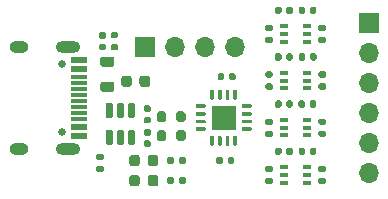
<source format=gts>
G04 #@! TF.GenerationSoftware,KiCad,Pcbnew,9.0.1*
G04 #@! TF.CreationDate,2025-05-17T15:06:54+00:00*
G04 #@! TF.ProjectId,usb-uart,7573622d-7561-4727-942e-6b696361645f,rev?*
G04 #@! TF.SameCoordinates,Original*
G04 #@! TF.FileFunction,Soldermask,Top*
G04 #@! TF.FilePolarity,Negative*
%FSLAX46Y46*%
G04 Gerber Fmt 4.6, Leading zero omitted, Abs format (unit mm)*
G04 Created by KiCad (PCBNEW 9.0.1) date 2025-05-17 15:06:54*
%MOMM*%
%LPD*%
G01*
G04 APERTURE LIST*
%ADD10R,0.650000X0.400000*%
%ADD11R,1.700000X1.700000*%
%ADD12O,1.700000X1.700000*%
%ADD13C,0.650000*%
%ADD14R,1.450000X0.600000*%
%ADD15R,1.450000X0.300000*%
%ADD16O,2.100000X1.000000*%
%ADD17O,1.600000X1.000000*%
%ADD18R,2.100000X2.100000*%
G04 APERTURE END LIST*
G36*
G01*
X112870000Y-90785000D02*
X112870000Y-90415000D01*
G75*
G02*
X113005000Y-90280000I135000J0D01*
G01*
X113275000Y-90280000D01*
G75*
G02*
X113410000Y-90415000I0J-135000D01*
G01*
X113410000Y-90785000D01*
G75*
G02*
X113275000Y-90920000I-135000J0D01*
G01*
X113005000Y-90920000D01*
G75*
G02*
X112870000Y-90785000I0J135000D01*
G01*
G37*
G36*
G01*
X113890000Y-90785000D02*
X113890000Y-90415000D01*
G75*
G02*
X114025000Y-90280000I135000J0D01*
G01*
X114295000Y-90280000D01*
G75*
G02*
X114430000Y-90415000I0J-135000D01*
G01*
X114430000Y-90785000D01*
G75*
G02*
X114295000Y-90920000I-135000J0D01*
G01*
X114025000Y-90920000D01*
G75*
G02*
X113890000Y-90785000I0J135000D01*
G01*
G37*
G36*
G01*
X125490000Y-85655000D02*
X125490000Y-85995000D01*
G75*
G02*
X125350000Y-86135000I-140000J0D01*
G01*
X125070000Y-86135000D01*
G75*
G02*
X124930000Y-85995000I0J140000D01*
G01*
X124930000Y-85655000D01*
G75*
G02*
X125070000Y-85515000I140000J0D01*
G01*
X125350000Y-85515000D01*
G75*
G02*
X125490000Y-85655000I0J-140000D01*
G01*
G37*
G36*
G01*
X124530000Y-85655000D02*
X124530000Y-85995000D01*
G75*
G02*
X124390000Y-86135000I-140000J0D01*
G01*
X124110000Y-86135000D01*
G75*
G02*
X123970000Y-85995000I0J140000D01*
G01*
X123970000Y-85655000D01*
G75*
G02*
X124110000Y-85515000I140000J0D01*
G01*
X124390000Y-85515000D01*
G75*
G02*
X124530000Y-85655000I0J-140000D01*
G01*
G37*
D10*
X122800000Y-91175000D03*
X122800000Y-91825000D03*
X122800000Y-92475000D03*
X124700000Y-92475000D03*
X124700000Y-91825000D03*
X124700000Y-91175000D03*
G36*
G01*
X112125000Y-90343750D02*
X112125000Y-90856250D01*
G75*
G02*
X111906250Y-91075000I-218750J0D01*
G01*
X111468750Y-91075000D01*
G75*
G02*
X111250000Y-90856250I0J218750D01*
G01*
X111250000Y-90343750D01*
G75*
G02*
X111468750Y-90125000I218750J0D01*
G01*
X111906250Y-90125000D01*
G75*
G02*
X112125000Y-90343750I0J-218750D01*
G01*
G37*
G36*
G01*
X110550000Y-90343750D02*
X110550000Y-90856250D01*
G75*
G02*
X110331250Y-91075000I-218750J0D01*
G01*
X109893750Y-91075000D01*
G75*
G02*
X109675000Y-90856250I0J218750D01*
G01*
X109675000Y-90343750D01*
G75*
G02*
X109893750Y-90125000I218750J0D01*
G01*
X110331250Y-90125000D01*
G75*
G02*
X110550000Y-90343750I0J-218750D01*
G01*
G37*
G36*
G01*
X125510000Y-77720000D02*
X125510000Y-78060000D01*
G75*
G02*
X125370000Y-78200000I-140000J0D01*
G01*
X125090000Y-78200000D01*
G75*
G02*
X124950000Y-78060000I0J140000D01*
G01*
X124950000Y-77720000D01*
G75*
G02*
X125090000Y-77580000I140000J0D01*
G01*
X125370000Y-77580000D01*
G75*
G02*
X125510000Y-77720000I0J-140000D01*
G01*
G37*
G36*
G01*
X124550000Y-77720000D02*
X124550000Y-78060000D01*
G75*
G02*
X124410000Y-78200000I-140000J0D01*
G01*
X124130000Y-78200000D01*
G75*
G02*
X123990000Y-78060000I0J140000D01*
G01*
X123990000Y-77720000D01*
G75*
G02*
X124130000Y-77580000I140000J0D01*
G01*
X124410000Y-77580000D01*
G75*
G02*
X124550000Y-77720000I0J-140000D01*
G01*
G37*
G36*
G01*
X121315000Y-91045000D02*
X121685000Y-91045000D01*
G75*
G02*
X121820000Y-91180000I0J-135000D01*
G01*
X121820000Y-91450000D01*
G75*
G02*
X121685000Y-91585000I-135000J0D01*
G01*
X121315000Y-91585000D01*
G75*
G02*
X121180000Y-91450000I0J135000D01*
G01*
X121180000Y-91180000D01*
G75*
G02*
X121315000Y-91045000I135000J0D01*
G01*
G37*
G36*
G01*
X121315000Y-92065000D02*
X121685000Y-92065000D01*
G75*
G02*
X121820000Y-92200000I0J-135000D01*
G01*
X121820000Y-92470000D01*
G75*
G02*
X121685000Y-92605000I-135000J0D01*
G01*
X121315000Y-92605000D01*
G75*
G02*
X121180000Y-92470000I0J135000D01*
G01*
X121180000Y-92200000D01*
G75*
G02*
X121315000Y-92065000I135000J0D01*
G01*
G37*
G36*
G01*
X111975000Y-87175000D02*
X111975000Y-86625000D01*
G75*
G02*
X112175000Y-86425000I200000J0D01*
G01*
X112575000Y-86425000D01*
G75*
G02*
X112775000Y-86625000I0J-200000D01*
G01*
X112775000Y-87175000D01*
G75*
G02*
X112575000Y-87375000I-200000J0D01*
G01*
X112175000Y-87375000D01*
G75*
G02*
X111975000Y-87175000I0J200000D01*
G01*
G37*
G36*
G01*
X113625000Y-87175000D02*
X113625000Y-86625000D01*
G75*
G02*
X113825000Y-86425000I200000J0D01*
G01*
X114225000Y-86425000D01*
G75*
G02*
X114425000Y-86625000I0J-200000D01*
G01*
X114425000Y-87175000D01*
G75*
G02*
X114225000Y-87375000I-200000J0D01*
G01*
X113825000Y-87375000D01*
G75*
G02*
X113625000Y-87175000I0J200000D01*
G01*
G37*
G36*
G01*
X107015000Y-90020000D02*
X107385000Y-90020000D01*
G75*
G02*
X107520000Y-90155000I0J-135000D01*
G01*
X107520000Y-90425000D01*
G75*
G02*
X107385000Y-90560000I-135000J0D01*
G01*
X107015000Y-90560000D01*
G75*
G02*
X106880000Y-90425000I0J135000D01*
G01*
X106880000Y-90155000D01*
G75*
G02*
X107015000Y-90020000I135000J0D01*
G01*
G37*
G36*
G01*
X107015000Y-91040000D02*
X107385000Y-91040000D01*
G75*
G02*
X107520000Y-91175000I0J-135000D01*
G01*
X107520000Y-91445000D01*
G75*
G02*
X107385000Y-91580000I-135000J0D01*
G01*
X107015000Y-91580000D01*
G75*
G02*
X106880000Y-91445000I0J135000D01*
G01*
X106880000Y-91175000D01*
G75*
G02*
X107015000Y-91040000I135000J0D01*
G01*
G37*
X122800000Y-79240000D03*
X122800000Y-79890000D03*
X122800000Y-80540000D03*
X124700000Y-80540000D03*
X124700000Y-79890000D03*
X124700000Y-79240000D03*
G36*
G01*
X121990000Y-85995000D02*
X121990000Y-85655000D01*
G75*
G02*
X122130000Y-85515000I140000J0D01*
G01*
X122410000Y-85515000D01*
G75*
G02*
X122550000Y-85655000I0J-140000D01*
G01*
X122550000Y-85995000D01*
G75*
G02*
X122410000Y-86135000I-140000J0D01*
G01*
X122130000Y-86135000D01*
G75*
G02*
X121990000Y-85995000I0J140000D01*
G01*
G37*
G36*
G01*
X122950000Y-85995000D02*
X122950000Y-85655000D01*
G75*
G02*
X123090000Y-85515000I140000J0D01*
G01*
X123370000Y-85515000D01*
G75*
G02*
X123510000Y-85655000I0J-140000D01*
G01*
X123510000Y-85995000D01*
G75*
G02*
X123370000Y-86135000I-140000J0D01*
G01*
X123090000Y-86135000D01*
G75*
G02*
X122950000Y-85995000I0J140000D01*
G01*
G37*
D11*
X129975000Y-78950000D03*
D12*
X129975000Y-81490000D03*
X129975000Y-84030000D03*
X129975000Y-86570000D03*
X129975000Y-89110000D03*
X129975000Y-91650000D03*
G36*
G01*
X125815000Y-91045000D02*
X126185000Y-91045000D01*
G75*
G02*
X126320000Y-91180000I0J-135000D01*
G01*
X126320000Y-91450000D01*
G75*
G02*
X126185000Y-91585000I-135000J0D01*
G01*
X125815000Y-91585000D01*
G75*
G02*
X125680000Y-91450000I0J135000D01*
G01*
X125680000Y-91180000D01*
G75*
G02*
X125815000Y-91045000I135000J0D01*
G01*
G37*
G36*
G01*
X125815000Y-92065000D02*
X126185000Y-92065000D01*
G75*
G02*
X126320000Y-92200000I0J-135000D01*
G01*
X126320000Y-92470000D01*
G75*
G02*
X126185000Y-92605000I-135000J0D01*
G01*
X125815000Y-92605000D01*
G75*
G02*
X125680000Y-92470000I0J135000D01*
G01*
X125680000Y-92200000D01*
G75*
G02*
X125815000Y-92065000I135000J0D01*
G01*
G37*
D10*
X122800000Y-87175000D03*
X122800000Y-87825000D03*
X122800000Y-88475000D03*
X124700000Y-88475000D03*
X124700000Y-87825000D03*
X124700000Y-87175000D03*
G36*
G01*
X125510000Y-89655000D02*
X125510000Y-89995000D01*
G75*
G02*
X125370000Y-90135000I-140000J0D01*
G01*
X125090000Y-90135000D01*
G75*
G02*
X124950000Y-89995000I0J140000D01*
G01*
X124950000Y-89655000D01*
G75*
G02*
X125090000Y-89515000I140000J0D01*
G01*
X125370000Y-89515000D01*
G75*
G02*
X125510000Y-89655000I0J-140000D01*
G01*
G37*
G36*
G01*
X124550000Y-89655000D02*
X124550000Y-89995000D01*
G75*
G02*
X124410000Y-90135000I-140000J0D01*
G01*
X124130000Y-90135000D01*
G75*
G02*
X123990000Y-89995000I0J140000D01*
G01*
X123990000Y-89655000D01*
G75*
G02*
X124130000Y-89515000I140000J0D01*
G01*
X124410000Y-89515000D01*
G75*
G02*
X124550000Y-89655000I0J-140000D01*
G01*
G37*
G36*
G01*
X125815000Y-83045000D02*
X126185000Y-83045000D01*
G75*
G02*
X126320000Y-83180000I0J-135000D01*
G01*
X126320000Y-83450000D01*
G75*
G02*
X126185000Y-83585000I-135000J0D01*
G01*
X125815000Y-83585000D01*
G75*
G02*
X125680000Y-83450000I0J135000D01*
G01*
X125680000Y-83180000D01*
G75*
G02*
X125815000Y-83045000I135000J0D01*
G01*
G37*
G36*
G01*
X125815000Y-84065000D02*
X126185000Y-84065000D01*
G75*
G02*
X126320000Y-84200000I0J-135000D01*
G01*
X126320000Y-84470000D01*
G75*
G02*
X126185000Y-84605000I-135000J0D01*
G01*
X125815000Y-84605000D01*
G75*
G02*
X125680000Y-84470000I0J135000D01*
G01*
X125680000Y-84200000D01*
G75*
G02*
X125815000Y-84065000I135000J0D01*
G01*
G37*
X122800000Y-83175000D03*
X122800000Y-83825000D03*
X122800000Y-84475000D03*
X124700000Y-84475000D03*
X124700000Y-83825000D03*
X124700000Y-83175000D03*
G36*
G01*
X121990000Y-78060000D02*
X121990000Y-77720000D01*
G75*
G02*
X122130000Y-77580000I140000J0D01*
G01*
X122410000Y-77580000D01*
G75*
G02*
X122550000Y-77720000I0J-140000D01*
G01*
X122550000Y-78060000D01*
G75*
G02*
X122410000Y-78200000I-140000J0D01*
G01*
X122130000Y-78200000D01*
G75*
G02*
X121990000Y-78060000I0J140000D01*
G01*
G37*
G36*
G01*
X122950000Y-78060000D02*
X122950000Y-77720000D01*
G75*
G02*
X123090000Y-77580000I140000J0D01*
G01*
X123370000Y-77580000D01*
G75*
G02*
X123510000Y-77720000I0J-140000D01*
G01*
X123510000Y-78060000D01*
G75*
G02*
X123370000Y-78200000I-140000J0D01*
G01*
X123090000Y-78200000D01*
G75*
G02*
X122950000Y-78060000I0J140000D01*
G01*
G37*
G36*
G01*
X118660000Y-83330000D02*
X118660000Y-83670000D01*
G75*
G02*
X118520000Y-83810000I-140000J0D01*
G01*
X118240000Y-83810000D01*
G75*
G02*
X118100000Y-83670000I0J140000D01*
G01*
X118100000Y-83330000D01*
G75*
G02*
X118240000Y-83190000I140000J0D01*
G01*
X118520000Y-83190000D01*
G75*
G02*
X118660000Y-83330000I0J-140000D01*
G01*
G37*
G36*
G01*
X117700000Y-83330000D02*
X117700000Y-83670000D01*
G75*
G02*
X117560000Y-83810000I-140000J0D01*
G01*
X117280000Y-83810000D01*
G75*
G02*
X117140000Y-83670000I0J140000D01*
G01*
X117140000Y-83330000D01*
G75*
G02*
X117280000Y-83190000I140000J0D01*
G01*
X117560000Y-83190000D01*
G75*
G02*
X117700000Y-83330000I0J-140000D01*
G01*
G37*
G36*
G01*
X112125000Y-92043750D02*
X112125000Y-92556250D01*
G75*
G02*
X111906250Y-92775000I-218750J0D01*
G01*
X111468750Y-92775000D01*
G75*
G02*
X111250000Y-92556250I0J218750D01*
G01*
X111250000Y-92043750D01*
G75*
G02*
X111468750Y-91825000I218750J0D01*
G01*
X111906250Y-91825000D01*
G75*
G02*
X112125000Y-92043750I0J-218750D01*
G01*
G37*
G36*
G01*
X110550000Y-92043750D02*
X110550000Y-92556250D01*
G75*
G02*
X110331250Y-92775000I-218750J0D01*
G01*
X109893750Y-92775000D01*
G75*
G02*
X109675000Y-92556250I0J218750D01*
G01*
X109675000Y-92043750D01*
G75*
G02*
X109893750Y-91825000I218750J0D01*
G01*
X110331250Y-91825000D01*
G75*
G02*
X110550000Y-92043750I0J-218750D01*
G01*
G37*
G36*
G01*
X112880000Y-92485000D02*
X112880000Y-92115000D01*
G75*
G02*
X113015000Y-91980000I135000J0D01*
G01*
X113285000Y-91980000D01*
G75*
G02*
X113420000Y-92115000I0J-135000D01*
G01*
X113420000Y-92485000D01*
G75*
G02*
X113285000Y-92620000I-135000J0D01*
G01*
X113015000Y-92620000D01*
G75*
G02*
X112880000Y-92485000I0J135000D01*
G01*
G37*
G36*
G01*
X113900000Y-92485000D02*
X113900000Y-92115000D01*
G75*
G02*
X114035000Y-91980000I135000J0D01*
G01*
X114305000Y-91980000D01*
G75*
G02*
X114440000Y-92115000I0J-135000D01*
G01*
X114440000Y-92485000D01*
G75*
G02*
X114305000Y-92620000I-135000J0D01*
G01*
X114035000Y-92620000D01*
G75*
G02*
X113900000Y-92485000I0J135000D01*
G01*
G37*
G36*
G01*
X121990000Y-89995000D02*
X121990000Y-89655000D01*
G75*
G02*
X122130000Y-89515000I140000J0D01*
G01*
X122410000Y-89515000D01*
G75*
G02*
X122550000Y-89655000I0J-140000D01*
G01*
X122550000Y-89995000D01*
G75*
G02*
X122410000Y-90135000I-140000J0D01*
G01*
X122130000Y-90135000D01*
G75*
G02*
X121990000Y-89995000I0J140000D01*
G01*
G37*
G36*
G01*
X122950000Y-89995000D02*
X122950000Y-89655000D01*
G75*
G02*
X123090000Y-89515000I140000J0D01*
G01*
X123370000Y-89515000D01*
G75*
G02*
X123510000Y-89655000I0J-140000D01*
G01*
X123510000Y-89995000D01*
G75*
G02*
X123370000Y-90135000I-140000J0D01*
G01*
X123090000Y-90135000D01*
G75*
G02*
X122950000Y-89995000I0J140000D01*
G01*
G37*
G36*
G01*
X121990000Y-81995000D02*
X121990000Y-81655000D01*
G75*
G02*
X122130000Y-81515000I140000J0D01*
G01*
X122410000Y-81515000D01*
G75*
G02*
X122550000Y-81655000I0J-140000D01*
G01*
X122550000Y-81995000D01*
G75*
G02*
X122410000Y-82135000I-140000J0D01*
G01*
X122130000Y-82135000D01*
G75*
G02*
X121990000Y-81995000I0J140000D01*
G01*
G37*
G36*
G01*
X122950000Y-81995000D02*
X122950000Y-81655000D01*
G75*
G02*
X123090000Y-81515000I140000J0D01*
G01*
X123370000Y-81515000D01*
G75*
G02*
X123510000Y-81655000I0J-140000D01*
G01*
X123510000Y-81995000D01*
G75*
G02*
X123370000Y-82135000I-140000J0D01*
G01*
X123090000Y-82135000D01*
G75*
G02*
X122950000Y-81995000I0J140000D01*
G01*
G37*
G36*
G01*
X125530000Y-81655000D02*
X125530000Y-81995000D01*
G75*
G02*
X125390000Y-82135000I-140000J0D01*
G01*
X125110000Y-82135000D01*
G75*
G02*
X124970000Y-81995000I0J140000D01*
G01*
X124970000Y-81655000D01*
G75*
G02*
X125110000Y-81515000I140000J0D01*
G01*
X125390000Y-81515000D01*
G75*
G02*
X125530000Y-81655000I0J-140000D01*
G01*
G37*
G36*
G01*
X124570000Y-81655000D02*
X124570000Y-81995000D01*
G75*
G02*
X124430000Y-82135000I-140000J0D01*
G01*
X124150000Y-82135000D01*
G75*
G02*
X124010000Y-81995000I0J140000D01*
G01*
X124010000Y-81655000D01*
G75*
G02*
X124150000Y-81515000I140000J0D01*
G01*
X124430000Y-81515000D01*
G75*
G02*
X124570000Y-81655000I0J-140000D01*
G01*
G37*
G36*
G01*
X121315000Y-79110000D02*
X121685000Y-79110000D01*
G75*
G02*
X121820000Y-79245000I0J-135000D01*
G01*
X121820000Y-79515000D01*
G75*
G02*
X121685000Y-79650000I-135000J0D01*
G01*
X121315000Y-79650000D01*
G75*
G02*
X121180000Y-79515000I0J135000D01*
G01*
X121180000Y-79245000D01*
G75*
G02*
X121315000Y-79110000I135000J0D01*
G01*
G37*
G36*
G01*
X121315000Y-80130000D02*
X121685000Y-80130000D01*
G75*
G02*
X121820000Y-80265000I0J-135000D01*
G01*
X121820000Y-80535000D01*
G75*
G02*
X121685000Y-80670000I-135000J0D01*
G01*
X121315000Y-80670000D01*
G75*
G02*
X121180000Y-80535000I0J135000D01*
G01*
X121180000Y-80265000D01*
G75*
G02*
X121315000Y-80130000I135000J0D01*
G01*
G37*
G36*
G01*
X107418750Y-81800000D02*
X108181250Y-81800000D01*
G75*
G02*
X108400000Y-82018750I0J-218750D01*
G01*
X108400000Y-82456250D01*
G75*
G02*
X108181250Y-82675000I-218750J0D01*
G01*
X107418750Y-82675000D01*
G75*
G02*
X107200000Y-82456250I0J218750D01*
G01*
X107200000Y-82018750D01*
G75*
G02*
X107418750Y-81800000I218750J0D01*
G01*
G37*
G36*
G01*
X107418750Y-83925000D02*
X108181250Y-83925000D01*
G75*
G02*
X108400000Y-84143750I0J-218750D01*
G01*
X108400000Y-84581250D01*
G75*
G02*
X108181250Y-84800000I-218750J0D01*
G01*
X107418750Y-84800000D01*
G75*
G02*
X107200000Y-84581250I0J218750D01*
G01*
X107200000Y-84143750D01*
G75*
G02*
X107418750Y-83925000I218750J0D01*
G01*
G37*
G36*
G01*
X108975000Y-84150000D02*
X108975000Y-83650000D01*
G75*
G02*
X109200000Y-83425000I225000J0D01*
G01*
X109650000Y-83425000D01*
G75*
G02*
X109875000Y-83650000I0J-225000D01*
G01*
X109875000Y-84150000D01*
G75*
G02*
X109650000Y-84375000I-225000J0D01*
G01*
X109200000Y-84375000D01*
G75*
G02*
X108975000Y-84150000I0J225000D01*
G01*
G37*
G36*
G01*
X110525000Y-84150000D02*
X110525000Y-83650000D01*
G75*
G02*
X110750000Y-83425000I225000J0D01*
G01*
X111200000Y-83425000D01*
G75*
G02*
X111425000Y-83650000I0J-225000D01*
G01*
X111425000Y-84150000D01*
G75*
G02*
X111200000Y-84375000I-225000J0D01*
G01*
X110750000Y-84375000D01*
G75*
G02*
X110525000Y-84150000I0J225000D01*
G01*
G37*
D11*
X111000000Y-81000000D03*
D12*
X113540000Y-81000000D03*
X116080000Y-81000000D03*
X118620000Y-81000000D03*
G36*
G01*
X111030000Y-87940000D02*
X111370000Y-87940000D01*
G75*
G02*
X111510000Y-88080000I0J-140000D01*
G01*
X111510000Y-88360000D01*
G75*
G02*
X111370000Y-88500000I-140000J0D01*
G01*
X111030000Y-88500000D01*
G75*
G02*
X110890000Y-88360000I0J140000D01*
G01*
X110890000Y-88080000D01*
G75*
G02*
X111030000Y-87940000I140000J0D01*
G01*
G37*
G36*
G01*
X111030000Y-88900000D02*
X111370000Y-88900000D01*
G75*
G02*
X111510000Y-89040000I0J-140000D01*
G01*
X111510000Y-89320000D01*
G75*
G02*
X111370000Y-89460000I-140000J0D01*
G01*
X111030000Y-89460000D01*
G75*
G02*
X110890000Y-89320000I0J140000D01*
G01*
X110890000Y-89040000D01*
G75*
G02*
X111030000Y-88900000I140000J0D01*
G01*
G37*
D13*
X103950000Y-82410000D03*
X103950000Y-88190000D03*
D14*
X105395000Y-82050000D03*
X105395000Y-82850000D03*
D15*
X105395000Y-84050000D03*
X105395000Y-85050000D03*
X105395000Y-85550000D03*
X105395000Y-86550000D03*
D14*
X105395000Y-87750000D03*
X105395000Y-88550000D03*
X105395000Y-88550000D03*
X105395000Y-87750000D03*
D15*
X105395000Y-87050000D03*
X105395000Y-86050000D03*
X105395000Y-84550000D03*
X105395000Y-83550000D03*
D14*
X105395000Y-82850000D03*
X105395000Y-82050000D03*
D16*
X104480000Y-80980000D03*
D17*
X100300000Y-80980000D03*
D16*
X104480000Y-89620000D03*
D17*
X100300000Y-89620000D03*
G36*
G01*
X121315000Y-83045000D02*
X121685000Y-83045000D01*
G75*
G02*
X121820000Y-83180000I0J-135000D01*
G01*
X121820000Y-83450000D01*
G75*
G02*
X121685000Y-83585000I-135000J0D01*
G01*
X121315000Y-83585000D01*
G75*
G02*
X121180000Y-83450000I0J135000D01*
G01*
X121180000Y-83180000D01*
G75*
G02*
X121315000Y-83045000I135000J0D01*
G01*
G37*
G36*
G01*
X121315000Y-84065000D02*
X121685000Y-84065000D01*
G75*
G02*
X121820000Y-84200000I0J-135000D01*
G01*
X121820000Y-84470000D01*
G75*
G02*
X121685000Y-84605000I-135000J0D01*
G01*
X121315000Y-84605000D01*
G75*
G02*
X121180000Y-84470000I0J135000D01*
G01*
X121180000Y-84200000D01*
G75*
G02*
X121315000Y-84065000I135000J0D01*
G01*
G37*
G36*
G01*
X117040000Y-90770000D02*
X117040000Y-90430000D01*
G75*
G02*
X117180000Y-90290000I140000J0D01*
G01*
X117460000Y-90290000D01*
G75*
G02*
X117600000Y-90430000I0J-140000D01*
G01*
X117600000Y-90770000D01*
G75*
G02*
X117460000Y-90910000I-140000J0D01*
G01*
X117180000Y-90910000D01*
G75*
G02*
X117040000Y-90770000I0J140000D01*
G01*
G37*
G36*
G01*
X118000000Y-90770000D02*
X118000000Y-90430000D01*
G75*
G02*
X118140000Y-90290000I140000J0D01*
G01*
X118420000Y-90290000D01*
G75*
G02*
X118560000Y-90430000I0J-140000D01*
G01*
X118560000Y-90770000D01*
G75*
G02*
X118420000Y-90910000I-140000J0D01*
G01*
X118140000Y-90910000D01*
G75*
G02*
X118000000Y-90770000I0J140000D01*
G01*
G37*
G36*
G01*
X121315000Y-87045000D02*
X121685000Y-87045000D01*
G75*
G02*
X121820000Y-87180000I0J-135000D01*
G01*
X121820000Y-87450000D01*
G75*
G02*
X121685000Y-87585000I-135000J0D01*
G01*
X121315000Y-87585000D01*
G75*
G02*
X121180000Y-87450000I0J135000D01*
G01*
X121180000Y-87180000D01*
G75*
G02*
X121315000Y-87045000I135000J0D01*
G01*
G37*
G36*
G01*
X121315000Y-88065000D02*
X121685000Y-88065000D01*
G75*
G02*
X121820000Y-88200000I0J-135000D01*
G01*
X121820000Y-88470000D01*
G75*
G02*
X121685000Y-88605000I-135000J0D01*
G01*
X121315000Y-88605000D01*
G75*
G02*
X121180000Y-88470000I0J135000D01*
G01*
X121180000Y-88200000D01*
G75*
G02*
X121315000Y-88065000I135000J0D01*
G01*
G37*
G36*
G01*
X111975000Y-88775000D02*
X111975000Y-88225000D01*
G75*
G02*
X112175000Y-88025000I200000J0D01*
G01*
X112575000Y-88025000D01*
G75*
G02*
X112775000Y-88225000I0J-200000D01*
G01*
X112775000Y-88775000D01*
G75*
G02*
X112575000Y-88975000I-200000J0D01*
G01*
X112175000Y-88975000D01*
G75*
G02*
X111975000Y-88775000I0J200000D01*
G01*
G37*
G36*
G01*
X113625000Y-88775000D02*
X113625000Y-88225000D01*
G75*
G02*
X113825000Y-88025000I200000J0D01*
G01*
X114225000Y-88025000D01*
G75*
G02*
X114425000Y-88225000I0J-200000D01*
G01*
X114425000Y-88775000D01*
G75*
G02*
X114225000Y-88975000I-200000J0D01*
G01*
X113825000Y-88975000D01*
G75*
G02*
X113625000Y-88775000I0J200000D01*
G01*
G37*
G36*
G01*
X118550000Y-84600000D02*
X118700000Y-84600000D01*
G75*
G02*
X118775000Y-84675000I0J-75000D01*
G01*
X118775000Y-85375000D01*
G75*
G02*
X118700000Y-85450000I-75000J0D01*
G01*
X118550000Y-85450000D01*
G75*
G02*
X118475000Y-85375000I0J75000D01*
G01*
X118475000Y-84675000D01*
G75*
G02*
X118550000Y-84600000I75000J0D01*
G01*
G37*
G36*
G01*
X117900000Y-84600000D02*
X118050000Y-84600000D01*
G75*
G02*
X118125000Y-84675000I0J-75000D01*
G01*
X118125000Y-85375000D01*
G75*
G02*
X118050000Y-85450000I-75000J0D01*
G01*
X117900000Y-85450000D01*
G75*
G02*
X117825000Y-85375000I0J75000D01*
G01*
X117825000Y-84675000D01*
G75*
G02*
X117900000Y-84600000I75000J0D01*
G01*
G37*
G36*
G01*
X117250000Y-84600000D02*
X117400000Y-84600000D01*
G75*
G02*
X117475000Y-84675000I0J-75000D01*
G01*
X117475000Y-85375000D01*
G75*
G02*
X117400000Y-85450000I-75000J0D01*
G01*
X117250000Y-85450000D01*
G75*
G02*
X117175000Y-85375000I0J75000D01*
G01*
X117175000Y-84675000D01*
G75*
G02*
X117250000Y-84600000I75000J0D01*
G01*
G37*
G36*
G01*
X116600000Y-84600000D02*
X116750000Y-84600000D01*
G75*
G02*
X116825000Y-84675000I0J-75000D01*
G01*
X116825000Y-85375000D01*
G75*
G02*
X116750000Y-85450000I-75000J0D01*
G01*
X116600000Y-85450000D01*
G75*
G02*
X116525000Y-85375000I0J75000D01*
G01*
X116525000Y-84675000D01*
G75*
G02*
X116600000Y-84600000I75000J0D01*
G01*
G37*
G36*
G01*
X115350000Y-85850000D02*
X116050000Y-85850000D01*
G75*
G02*
X116125000Y-85925000I0J-75000D01*
G01*
X116125000Y-86075000D01*
G75*
G02*
X116050000Y-86150000I-75000J0D01*
G01*
X115350000Y-86150000D01*
G75*
G02*
X115275000Y-86075000I0J75000D01*
G01*
X115275000Y-85925000D01*
G75*
G02*
X115350000Y-85850000I75000J0D01*
G01*
G37*
G36*
G01*
X115350000Y-86500000D02*
X116050000Y-86500000D01*
G75*
G02*
X116125000Y-86575000I0J-75000D01*
G01*
X116125000Y-86725000D01*
G75*
G02*
X116050000Y-86800000I-75000J0D01*
G01*
X115350000Y-86800000D01*
G75*
G02*
X115275000Y-86725000I0J75000D01*
G01*
X115275000Y-86575000D01*
G75*
G02*
X115350000Y-86500000I75000J0D01*
G01*
G37*
G36*
G01*
X115350000Y-87150000D02*
X116050000Y-87150000D01*
G75*
G02*
X116125000Y-87225000I0J-75000D01*
G01*
X116125000Y-87375000D01*
G75*
G02*
X116050000Y-87450000I-75000J0D01*
G01*
X115350000Y-87450000D01*
G75*
G02*
X115275000Y-87375000I0J75000D01*
G01*
X115275000Y-87225000D01*
G75*
G02*
X115350000Y-87150000I75000J0D01*
G01*
G37*
G36*
G01*
X115350000Y-87800000D02*
X116050000Y-87800000D01*
G75*
G02*
X116125000Y-87875000I0J-75000D01*
G01*
X116125000Y-88025000D01*
G75*
G02*
X116050000Y-88100000I-75000J0D01*
G01*
X115350000Y-88100000D01*
G75*
G02*
X115275000Y-88025000I0J75000D01*
G01*
X115275000Y-87875000D01*
G75*
G02*
X115350000Y-87800000I75000J0D01*
G01*
G37*
G36*
G01*
X116600000Y-88500000D02*
X116750000Y-88500000D01*
G75*
G02*
X116825000Y-88575000I0J-75000D01*
G01*
X116825000Y-89275000D01*
G75*
G02*
X116750000Y-89350000I-75000J0D01*
G01*
X116600000Y-89350000D01*
G75*
G02*
X116525000Y-89275000I0J75000D01*
G01*
X116525000Y-88575000D01*
G75*
G02*
X116600000Y-88500000I75000J0D01*
G01*
G37*
G36*
G01*
X117250000Y-88500000D02*
X117400000Y-88500000D01*
G75*
G02*
X117475000Y-88575000I0J-75000D01*
G01*
X117475000Y-89275000D01*
G75*
G02*
X117400000Y-89350000I-75000J0D01*
G01*
X117250000Y-89350000D01*
G75*
G02*
X117175000Y-89275000I0J75000D01*
G01*
X117175000Y-88575000D01*
G75*
G02*
X117250000Y-88500000I75000J0D01*
G01*
G37*
G36*
G01*
X117900000Y-88500000D02*
X118050000Y-88500000D01*
G75*
G02*
X118125000Y-88575000I0J-75000D01*
G01*
X118125000Y-89275000D01*
G75*
G02*
X118050000Y-89350000I-75000J0D01*
G01*
X117900000Y-89350000D01*
G75*
G02*
X117825000Y-89275000I0J75000D01*
G01*
X117825000Y-88575000D01*
G75*
G02*
X117900000Y-88500000I75000J0D01*
G01*
G37*
G36*
G01*
X118550000Y-88500000D02*
X118700000Y-88500000D01*
G75*
G02*
X118775000Y-88575000I0J-75000D01*
G01*
X118775000Y-89275000D01*
G75*
G02*
X118700000Y-89350000I-75000J0D01*
G01*
X118550000Y-89350000D01*
G75*
G02*
X118475000Y-89275000I0J75000D01*
G01*
X118475000Y-88575000D01*
G75*
G02*
X118550000Y-88500000I75000J0D01*
G01*
G37*
G36*
G01*
X119250000Y-87800000D02*
X119950000Y-87800000D01*
G75*
G02*
X120025000Y-87875000I0J-75000D01*
G01*
X120025000Y-88025000D01*
G75*
G02*
X119950000Y-88100000I-75000J0D01*
G01*
X119250000Y-88100000D01*
G75*
G02*
X119175000Y-88025000I0J75000D01*
G01*
X119175000Y-87875000D01*
G75*
G02*
X119250000Y-87800000I75000J0D01*
G01*
G37*
G36*
G01*
X119250000Y-87150000D02*
X119950000Y-87150000D01*
G75*
G02*
X120025000Y-87225000I0J-75000D01*
G01*
X120025000Y-87375000D01*
G75*
G02*
X119950000Y-87450000I-75000J0D01*
G01*
X119250000Y-87450000D01*
G75*
G02*
X119175000Y-87375000I0J75000D01*
G01*
X119175000Y-87225000D01*
G75*
G02*
X119250000Y-87150000I75000J0D01*
G01*
G37*
G36*
G01*
X119250000Y-86500000D02*
X119950000Y-86500000D01*
G75*
G02*
X120025000Y-86575000I0J-75000D01*
G01*
X120025000Y-86725000D01*
G75*
G02*
X119950000Y-86800000I-75000J0D01*
G01*
X119250000Y-86800000D01*
G75*
G02*
X119175000Y-86725000I0J75000D01*
G01*
X119175000Y-86575000D01*
G75*
G02*
X119250000Y-86500000I75000J0D01*
G01*
G37*
G36*
G01*
X119250000Y-85850000D02*
X119950000Y-85850000D01*
G75*
G02*
X120025000Y-85925000I0J-75000D01*
G01*
X120025000Y-86075000D01*
G75*
G02*
X119950000Y-86150000I-75000J0D01*
G01*
X119250000Y-86150000D01*
G75*
G02*
X119175000Y-86075000I0J75000D01*
G01*
X119175000Y-85925000D01*
G75*
G02*
X119250000Y-85850000I75000J0D01*
G01*
G37*
D18*
X117650000Y-86975000D03*
G36*
G01*
X111370000Y-87460000D02*
X111030000Y-87460000D01*
G75*
G02*
X110890000Y-87320000I0J140000D01*
G01*
X110890000Y-87040000D01*
G75*
G02*
X111030000Y-86900000I140000J0D01*
G01*
X111370000Y-86900000D01*
G75*
G02*
X111510000Y-87040000I0J-140000D01*
G01*
X111510000Y-87320000D01*
G75*
G02*
X111370000Y-87460000I-140000J0D01*
G01*
G37*
G36*
G01*
X111370000Y-86500000D02*
X111030000Y-86500000D01*
G75*
G02*
X110890000Y-86360000I0J140000D01*
G01*
X110890000Y-86080000D01*
G75*
G02*
X111030000Y-85940000I140000J0D01*
G01*
X111370000Y-85940000D01*
G75*
G02*
X111510000Y-86080000I0J-140000D01*
G01*
X111510000Y-86360000D01*
G75*
G02*
X111370000Y-86500000I-140000J0D01*
G01*
G37*
G36*
G01*
X125815000Y-79110000D02*
X126185000Y-79110000D01*
G75*
G02*
X126320000Y-79245000I0J-135000D01*
G01*
X126320000Y-79515000D01*
G75*
G02*
X126185000Y-79650000I-135000J0D01*
G01*
X125815000Y-79650000D01*
G75*
G02*
X125680000Y-79515000I0J135000D01*
G01*
X125680000Y-79245000D01*
G75*
G02*
X125815000Y-79110000I135000J0D01*
G01*
G37*
G36*
G01*
X125815000Y-80130000D02*
X126185000Y-80130000D01*
G75*
G02*
X126320000Y-80265000I0J-135000D01*
G01*
X126320000Y-80535000D01*
G75*
G02*
X126185000Y-80670000I-135000J0D01*
G01*
X125815000Y-80670000D01*
G75*
G02*
X125680000Y-80535000I0J135000D01*
G01*
X125680000Y-80265000D01*
G75*
G02*
X125815000Y-80130000I135000J0D01*
G01*
G37*
G36*
G01*
X108585000Y-81280000D02*
X108215000Y-81280000D01*
G75*
G02*
X108080000Y-81145000I0J135000D01*
G01*
X108080000Y-80875000D01*
G75*
G02*
X108215000Y-80740000I135000J0D01*
G01*
X108585000Y-80740000D01*
G75*
G02*
X108720000Y-80875000I0J-135000D01*
G01*
X108720000Y-81145000D01*
G75*
G02*
X108585000Y-81280000I-135000J0D01*
G01*
G37*
G36*
G01*
X108585000Y-80260000D02*
X108215000Y-80260000D01*
G75*
G02*
X108080000Y-80125000I0J135000D01*
G01*
X108080000Y-79855000D01*
G75*
G02*
X108215000Y-79720000I135000J0D01*
G01*
X108585000Y-79720000D01*
G75*
G02*
X108720000Y-79855000I0J-135000D01*
G01*
X108720000Y-80125000D01*
G75*
G02*
X108585000Y-80260000I-135000J0D01*
G01*
G37*
G36*
G01*
X107570000Y-81260000D02*
X107230000Y-81260000D01*
G75*
G02*
X107090000Y-81120000I0J140000D01*
G01*
X107090000Y-80840000D01*
G75*
G02*
X107230000Y-80700000I140000J0D01*
G01*
X107570000Y-80700000D01*
G75*
G02*
X107710000Y-80840000I0J-140000D01*
G01*
X107710000Y-81120000D01*
G75*
G02*
X107570000Y-81260000I-140000J0D01*
G01*
G37*
G36*
G01*
X107570000Y-80300000D02*
X107230000Y-80300000D01*
G75*
G02*
X107090000Y-80160000I0J140000D01*
G01*
X107090000Y-79880000D01*
G75*
G02*
X107230000Y-79740000I140000J0D01*
G01*
X107570000Y-79740000D01*
G75*
G02*
X107710000Y-79880000I0J-140000D01*
G01*
X107710000Y-80160000D01*
G75*
G02*
X107570000Y-80300000I-140000J0D01*
G01*
G37*
G36*
G01*
X125815000Y-87045000D02*
X126185000Y-87045000D01*
G75*
G02*
X126320000Y-87180000I0J-135000D01*
G01*
X126320000Y-87450000D01*
G75*
G02*
X126185000Y-87585000I-135000J0D01*
G01*
X125815000Y-87585000D01*
G75*
G02*
X125680000Y-87450000I0J135000D01*
G01*
X125680000Y-87180000D01*
G75*
G02*
X125815000Y-87045000I135000J0D01*
G01*
G37*
G36*
G01*
X125815000Y-88065000D02*
X126185000Y-88065000D01*
G75*
G02*
X126320000Y-88200000I0J-135000D01*
G01*
X126320000Y-88470000D01*
G75*
G02*
X126185000Y-88605000I-135000J0D01*
G01*
X125815000Y-88605000D01*
G75*
G02*
X125680000Y-88470000I0J135000D01*
G01*
X125680000Y-88200000D01*
G75*
G02*
X125815000Y-88065000I135000J0D01*
G01*
G37*
G36*
G01*
X108100000Y-89300000D02*
X107800000Y-89300000D01*
G75*
G02*
X107650000Y-89150000I0J150000D01*
G01*
X107650000Y-88125000D01*
G75*
G02*
X107800000Y-87975000I150000J0D01*
G01*
X108100000Y-87975000D01*
G75*
G02*
X108250000Y-88125000I0J-150000D01*
G01*
X108250000Y-89150000D01*
G75*
G02*
X108100000Y-89300000I-150000J0D01*
G01*
G37*
G36*
G01*
X109050000Y-89300000D02*
X108750000Y-89300000D01*
G75*
G02*
X108600000Y-89150000I0J150000D01*
G01*
X108600000Y-88125000D01*
G75*
G02*
X108750000Y-87975000I150000J0D01*
G01*
X109050000Y-87975000D01*
G75*
G02*
X109200000Y-88125000I0J-150000D01*
G01*
X109200000Y-89150000D01*
G75*
G02*
X109050000Y-89300000I-150000J0D01*
G01*
G37*
G36*
G01*
X110000000Y-89300000D02*
X109700000Y-89300000D01*
G75*
G02*
X109550000Y-89150000I0J150000D01*
G01*
X109550000Y-88125000D01*
G75*
G02*
X109700000Y-87975000I150000J0D01*
G01*
X110000000Y-87975000D01*
G75*
G02*
X110150000Y-88125000I0J-150000D01*
G01*
X110150000Y-89150000D01*
G75*
G02*
X110000000Y-89300000I-150000J0D01*
G01*
G37*
G36*
G01*
X110000000Y-87025000D02*
X109700000Y-87025000D01*
G75*
G02*
X109550000Y-86875000I0J150000D01*
G01*
X109550000Y-85850000D01*
G75*
G02*
X109700000Y-85700000I150000J0D01*
G01*
X110000000Y-85700000D01*
G75*
G02*
X110150000Y-85850000I0J-150000D01*
G01*
X110150000Y-86875000D01*
G75*
G02*
X110000000Y-87025000I-150000J0D01*
G01*
G37*
G36*
G01*
X109050000Y-87025000D02*
X108750000Y-87025000D01*
G75*
G02*
X108600000Y-86875000I0J150000D01*
G01*
X108600000Y-85850000D01*
G75*
G02*
X108750000Y-85700000I150000J0D01*
G01*
X109050000Y-85700000D01*
G75*
G02*
X109200000Y-85850000I0J-150000D01*
G01*
X109200000Y-86875000D01*
G75*
G02*
X109050000Y-87025000I-150000J0D01*
G01*
G37*
G36*
G01*
X108100000Y-87025000D02*
X107800000Y-87025000D01*
G75*
G02*
X107650000Y-86875000I0J150000D01*
G01*
X107650000Y-85850000D01*
G75*
G02*
X107800000Y-85700000I150000J0D01*
G01*
X108100000Y-85700000D01*
G75*
G02*
X108250000Y-85850000I0J-150000D01*
G01*
X108250000Y-86875000D01*
G75*
G02*
X108100000Y-87025000I-150000J0D01*
G01*
G37*
M02*

</source>
